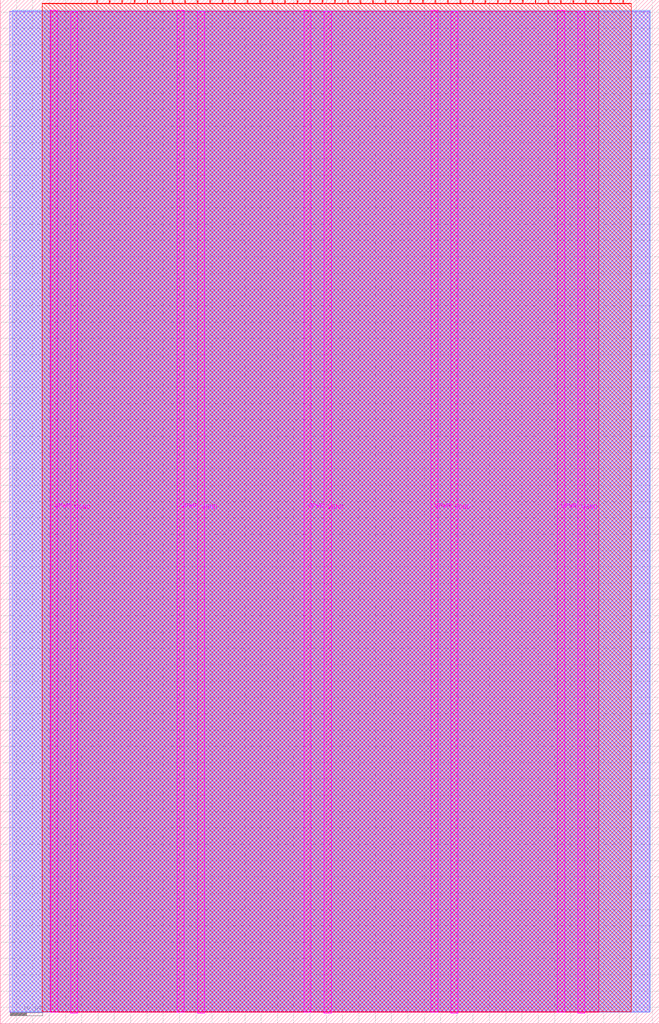
<source format=lef>
VERSION 5.7 ;
  NOWIREEXTENSIONATPIN ON ;
  DIVIDERCHAR "/" ;
  BUSBITCHARS "[]" ;
MACRO tt_um_rejunity_vga_logo
  CLASS BLOCK ;
  FOREIGN tt_um_rejunity_vga_logo ;
  ORIGIN 0.000 0.000 ;
  SIZE 202.080 BY 313.740 ;
  PIN VGND
    DIRECTION INOUT ;
    USE GROUND ;
    PORT
      LAYER TopMetal1 ;
        RECT 21.580 3.150 23.780 310.180 ;
    END
    PORT
      LAYER TopMetal1 ;
        RECT 60.450 3.150 62.650 310.180 ;
    END
    PORT
      LAYER TopMetal1 ;
        RECT 99.320 3.150 101.520 310.180 ;
    END
    PORT
      LAYER TopMetal1 ;
        RECT 138.190 3.150 140.390 310.180 ;
    END
    PORT
      LAYER TopMetal1 ;
        RECT 177.060 3.150 179.260 310.180 ;
    END
  END VGND
  PIN VPWR
    DIRECTION INOUT ;
    USE POWER ;
    PORT
      LAYER TopMetal1 ;
        RECT 15.380 3.560 17.580 310.590 ;
    END
    PORT
      LAYER TopMetal1 ;
        RECT 54.250 3.560 56.450 310.590 ;
    END
    PORT
      LAYER TopMetal1 ;
        RECT 93.120 3.560 95.320 310.590 ;
    END
    PORT
      LAYER TopMetal1 ;
        RECT 131.990 3.560 134.190 310.590 ;
    END
    PORT
      LAYER TopMetal1 ;
        RECT 170.860 3.560 173.060 310.590 ;
    END
  END VPWR
  PIN clk
    DIRECTION INPUT ;
    USE SIGNAL ;
    ANTENNAGATEAREA 0.725400 ;
    PORT
      LAYER Metal4 ;
        RECT 187.050 312.740 187.350 313.740 ;
    END
  END clk
  PIN ena
    DIRECTION INPUT ;
    USE SIGNAL ;
    PORT
      LAYER Metal4 ;
        RECT 190.890 312.740 191.190 313.740 ;
    END
  END ena
  PIN rst_n
    DIRECTION INPUT ;
    USE SIGNAL ;
    ANTENNAGATEAREA 0.213200 ;
    PORT
      LAYER Metal4 ;
        RECT 183.210 312.740 183.510 313.740 ;
    END
  END rst_n
  PIN ui_in[0]
    DIRECTION INPUT ;
    USE SIGNAL ;
    PORT
      LAYER Metal4 ;
        RECT 179.370 312.740 179.670 313.740 ;
    END
  END ui_in[0]
  PIN ui_in[1]
    DIRECTION INPUT ;
    USE SIGNAL ;
    PORT
      LAYER Metal4 ;
        RECT 175.530 312.740 175.830 313.740 ;
    END
  END ui_in[1]
  PIN ui_in[2]
    DIRECTION INPUT ;
    USE SIGNAL ;
    PORT
      LAYER Metal4 ;
        RECT 171.690 312.740 171.990 313.740 ;
    END
  END ui_in[2]
  PIN ui_in[3]
    DIRECTION INPUT ;
    USE SIGNAL ;
    PORT
      LAYER Metal4 ;
        RECT 167.850 312.740 168.150 313.740 ;
    END
  END ui_in[3]
  PIN ui_in[4]
    DIRECTION INPUT ;
    USE SIGNAL ;
    PORT
      LAYER Metal4 ;
        RECT 164.010 312.740 164.310 313.740 ;
    END
  END ui_in[4]
  PIN ui_in[5]
    DIRECTION INPUT ;
    USE SIGNAL ;
    PORT
      LAYER Metal4 ;
        RECT 160.170 312.740 160.470 313.740 ;
    END
  END ui_in[5]
  PIN ui_in[6]
    DIRECTION INPUT ;
    USE SIGNAL ;
    PORT
      LAYER Metal4 ;
        RECT 156.330 312.740 156.630 313.740 ;
    END
  END ui_in[6]
  PIN ui_in[7]
    DIRECTION INPUT ;
    USE SIGNAL ;
    PORT
      LAYER Metal4 ;
        RECT 152.490 312.740 152.790 313.740 ;
    END
  END ui_in[7]
  PIN uio_in[0]
    DIRECTION INPUT ;
    USE SIGNAL ;
    PORT
      LAYER Metal4 ;
        RECT 148.650 312.740 148.950 313.740 ;
    END
  END uio_in[0]
  PIN uio_in[1]
    DIRECTION INPUT ;
    USE SIGNAL ;
    PORT
      LAYER Metal4 ;
        RECT 144.810 312.740 145.110 313.740 ;
    END
  END uio_in[1]
  PIN uio_in[2]
    DIRECTION INPUT ;
    USE SIGNAL ;
    PORT
      LAYER Metal4 ;
        RECT 140.970 312.740 141.270 313.740 ;
    END
  END uio_in[2]
  PIN uio_in[3]
    DIRECTION INPUT ;
    USE SIGNAL ;
    PORT
      LAYER Metal4 ;
        RECT 137.130 312.740 137.430 313.740 ;
    END
  END uio_in[3]
  PIN uio_in[4]
    DIRECTION INPUT ;
    USE SIGNAL ;
    PORT
      LAYER Metal4 ;
        RECT 133.290 312.740 133.590 313.740 ;
    END
  END uio_in[4]
  PIN uio_in[5]
    DIRECTION INPUT ;
    USE SIGNAL ;
    PORT
      LAYER Metal4 ;
        RECT 129.450 312.740 129.750 313.740 ;
    END
  END uio_in[5]
  PIN uio_in[6]
    DIRECTION INPUT ;
    USE SIGNAL ;
    PORT
      LAYER Metal4 ;
        RECT 125.610 312.740 125.910 313.740 ;
    END
  END uio_in[6]
  PIN uio_in[7]
    DIRECTION INPUT ;
    USE SIGNAL ;
    PORT
      LAYER Metal4 ;
        RECT 121.770 312.740 122.070 313.740 ;
    END
  END uio_in[7]
  PIN uio_oe[0]
    DIRECTION OUTPUT ;
    USE SIGNAL ;
    ANTENNADIFFAREA 0.299200 ;
    PORT
      LAYER Metal4 ;
        RECT 56.490 312.740 56.790 313.740 ;
    END
  END uio_oe[0]
  PIN uio_oe[1]
    DIRECTION OUTPUT ;
    USE SIGNAL ;
    ANTENNADIFFAREA 0.299200 ;
    PORT
      LAYER Metal4 ;
        RECT 52.650 312.740 52.950 313.740 ;
    END
  END uio_oe[1]
  PIN uio_oe[2]
    DIRECTION OUTPUT ;
    USE SIGNAL ;
    ANTENNADIFFAREA 0.299200 ;
    PORT
      LAYER Metal4 ;
        RECT 48.810 312.740 49.110 313.740 ;
    END
  END uio_oe[2]
  PIN uio_oe[3]
    DIRECTION OUTPUT ;
    USE SIGNAL ;
    ANTENNADIFFAREA 0.299200 ;
    PORT
      LAYER Metal4 ;
        RECT 44.970 312.740 45.270 313.740 ;
    END
  END uio_oe[3]
  PIN uio_oe[4]
    DIRECTION OUTPUT ;
    USE SIGNAL ;
    ANTENNADIFFAREA 0.299200 ;
    PORT
      LAYER Metal4 ;
        RECT 41.130 312.740 41.430 313.740 ;
    END
  END uio_oe[4]
  PIN uio_oe[5]
    DIRECTION OUTPUT ;
    USE SIGNAL ;
    ANTENNADIFFAREA 0.299200 ;
    PORT
      LAYER Metal4 ;
        RECT 37.290 312.740 37.590 313.740 ;
    END
  END uio_oe[5]
  PIN uio_oe[6]
    DIRECTION OUTPUT ;
    USE SIGNAL ;
    ANTENNADIFFAREA 0.299200 ;
    PORT
      LAYER Metal4 ;
        RECT 33.450 312.740 33.750 313.740 ;
    END
  END uio_oe[6]
  PIN uio_oe[7]
    DIRECTION OUTPUT ;
    USE SIGNAL ;
    ANTENNADIFFAREA 0.299200 ;
    PORT
      LAYER Metal4 ;
        RECT 29.610 312.740 29.910 313.740 ;
    END
  END uio_oe[7]
  PIN uio_out[0]
    DIRECTION OUTPUT ;
    USE SIGNAL ;
    ANTENNADIFFAREA 0.299200 ;
    PORT
      LAYER Metal4 ;
        RECT 87.210 312.740 87.510 313.740 ;
    END
  END uio_out[0]
  PIN uio_out[1]
    DIRECTION OUTPUT ;
    USE SIGNAL ;
    ANTENNADIFFAREA 0.299200 ;
    PORT
      LAYER Metal4 ;
        RECT 83.370 312.740 83.670 313.740 ;
    END
  END uio_out[1]
  PIN uio_out[2]
    DIRECTION OUTPUT ;
    USE SIGNAL ;
    ANTENNADIFFAREA 0.299200 ;
    PORT
      LAYER Metal4 ;
        RECT 79.530 312.740 79.830 313.740 ;
    END
  END uio_out[2]
  PIN uio_out[3]
    DIRECTION OUTPUT ;
    USE SIGNAL ;
    ANTENNADIFFAREA 0.299200 ;
    PORT
      LAYER Metal4 ;
        RECT 75.690 312.740 75.990 313.740 ;
    END
  END uio_out[3]
  PIN uio_out[4]
    DIRECTION OUTPUT ;
    USE SIGNAL ;
    ANTENNADIFFAREA 0.299200 ;
    PORT
      LAYER Metal4 ;
        RECT 71.850 312.740 72.150 313.740 ;
    END
  END uio_out[4]
  PIN uio_out[5]
    DIRECTION OUTPUT ;
    USE SIGNAL ;
    ANTENNADIFFAREA 0.299200 ;
    PORT
      LAYER Metal4 ;
        RECT 68.010 312.740 68.310 313.740 ;
    END
  END uio_out[5]
  PIN uio_out[6]
    DIRECTION OUTPUT ;
    USE SIGNAL ;
    ANTENNADIFFAREA 0.299200 ;
    PORT
      LAYER Metal4 ;
        RECT 64.170 312.740 64.470 313.740 ;
    END
  END uio_out[6]
  PIN uio_out[7]
    DIRECTION OUTPUT ;
    USE SIGNAL ;
    ANTENNADIFFAREA 0.299200 ;
    PORT
      LAYER Metal4 ;
        RECT 60.330 312.740 60.630 313.740 ;
    END
  END uio_out[7]
  PIN uo_out[0]
    DIRECTION OUTPUT ;
    USE SIGNAL ;
    ANTENNADIFFAREA 0.988000 ;
    PORT
      LAYER Metal4 ;
        RECT 117.930 312.740 118.230 313.740 ;
    END
  END uo_out[0]
  PIN uo_out[1]
    DIRECTION OUTPUT ;
    USE SIGNAL ;
    ANTENNADIFFAREA 0.988000 ;
    PORT
      LAYER Metal4 ;
        RECT 114.090 312.740 114.390 313.740 ;
    END
  END uo_out[1]
  PIN uo_out[2]
    DIRECTION OUTPUT ;
    USE SIGNAL ;
    ANTENNADIFFAREA 0.988000 ;
    PORT
      LAYER Metal4 ;
        RECT 110.250 312.740 110.550 313.740 ;
    END
  END uo_out[2]
  PIN uo_out[3]
    DIRECTION OUTPUT ;
    USE SIGNAL ;
    ANTENNADIFFAREA 0.708600 ;
    PORT
      LAYER Metal4 ;
        RECT 106.410 312.740 106.710 313.740 ;
    END
  END uo_out[3]
  PIN uo_out[4]
    DIRECTION OUTPUT ;
    USE SIGNAL ;
    ANTENNADIFFAREA 0.972800 ;
    PORT
      LAYER Metal4 ;
        RECT 102.570 312.740 102.870 313.740 ;
    END
  END uo_out[4]
  PIN uo_out[5]
    DIRECTION OUTPUT ;
    USE SIGNAL ;
    ANTENNADIFFAREA 0.972800 ;
    PORT
      LAYER Metal4 ;
        RECT 98.730 312.740 99.030 313.740 ;
    END
  END uo_out[5]
  PIN uo_out[6]
    DIRECTION OUTPUT ;
    USE SIGNAL ;
    ANTENNADIFFAREA 0.632400 ;
    PORT
      LAYER Metal4 ;
        RECT 94.890 312.740 95.190 313.740 ;
    END
  END uo_out[6]
  PIN uo_out[7]
    DIRECTION OUTPUT ;
    USE SIGNAL ;
    ANTENNADIFFAREA 0.708600 ;
    PORT
      LAYER Metal4 ;
        RECT 91.050 312.740 91.350 313.740 ;
    END
  END uo_out[7]
  OBS
      LAYER GatPoly ;
        RECT 2.880 3.630 199.200 310.110 ;
      LAYER Metal1 ;
        RECT 2.880 3.560 199.200 310.180 ;
      LAYER Metal2 ;
        RECT 3.735 3.635 199.305 310.525 ;
      LAYER Metal3 ;
        RECT 3.695 3.680 199.345 310.485 ;
      LAYER Metal4 ;
        RECT 12.860 312.530 29.400 312.740 ;
        RECT 30.120 312.530 33.240 312.740 ;
        RECT 33.960 312.530 37.080 312.740 ;
        RECT 37.800 312.530 40.920 312.740 ;
        RECT 41.640 312.530 44.760 312.740 ;
        RECT 45.480 312.530 48.600 312.740 ;
        RECT 49.320 312.530 52.440 312.740 ;
        RECT 53.160 312.530 56.280 312.740 ;
        RECT 57.000 312.530 60.120 312.740 ;
        RECT 60.840 312.530 63.960 312.740 ;
        RECT 64.680 312.530 67.800 312.740 ;
        RECT 68.520 312.530 71.640 312.740 ;
        RECT 72.360 312.530 75.480 312.740 ;
        RECT 76.200 312.530 79.320 312.740 ;
        RECT 80.040 312.530 83.160 312.740 ;
        RECT 83.880 312.530 87.000 312.740 ;
        RECT 87.720 312.530 90.840 312.740 ;
        RECT 91.560 312.530 94.680 312.740 ;
        RECT 95.400 312.530 98.520 312.740 ;
        RECT 99.240 312.530 102.360 312.740 ;
        RECT 103.080 312.530 106.200 312.740 ;
        RECT 106.920 312.530 110.040 312.740 ;
        RECT 110.760 312.530 113.880 312.740 ;
        RECT 114.600 312.530 117.720 312.740 ;
        RECT 118.440 312.530 121.560 312.740 ;
        RECT 122.280 312.530 125.400 312.740 ;
        RECT 126.120 312.530 129.240 312.740 ;
        RECT 129.960 312.530 133.080 312.740 ;
        RECT 133.800 312.530 136.920 312.740 ;
        RECT 137.640 312.530 140.760 312.740 ;
        RECT 141.480 312.530 144.600 312.740 ;
        RECT 145.320 312.530 148.440 312.740 ;
        RECT 149.160 312.530 152.280 312.740 ;
        RECT 153.000 312.530 156.120 312.740 ;
        RECT 156.840 312.530 159.960 312.740 ;
        RECT 160.680 312.530 163.800 312.740 ;
        RECT 164.520 312.530 167.640 312.740 ;
        RECT 168.360 312.530 171.480 312.740 ;
        RECT 172.200 312.530 175.320 312.740 ;
        RECT 176.040 312.530 179.160 312.740 ;
        RECT 179.880 312.530 183.000 312.740 ;
        RECT 183.720 312.530 186.840 312.740 ;
        RECT 187.560 312.530 190.680 312.740 ;
        RECT 191.400 312.530 193.540 312.740 ;
        RECT 12.860 3.635 193.540 312.530 ;
      LAYER Metal5 ;
        RECT 15.515 3.470 183.505 310.270 ;
  END
END tt_um_rejunity_vga_logo
END LIBRARY


</source>
